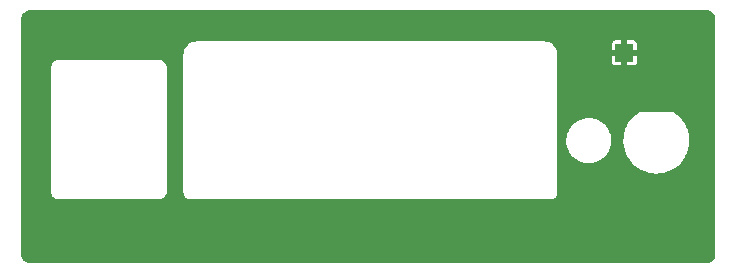
<source format=gbr>
%TF.GenerationSoftware,KiCad,Pcbnew,(6.0.11)*%
%TF.CreationDate,2023-07-10T01:10:07-07:00*%
%TF.ProjectId,cga-ypbpr-left,6367612d-7970-4627-9072-2d6c6566742e,rev?*%
%TF.SameCoordinates,PX2990618PY4bd2668*%
%TF.FileFunction,Copper,L2,Bot*%
%TF.FilePolarity,Positive*%
%FSLAX46Y46*%
G04 Gerber Fmt 4.6, Leading zero omitted, Abs format (unit mm)*
G04 Created by KiCad (PCBNEW (6.0.11)) date 2023-07-10 01:10:07*
%MOMM*%
%LPD*%
G01*
G04 APERTURE LIST*
%TA.AperFunction,SMDPad,CuDef*%
%ADD10R,1.500000X1.500000*%
%TD*%
%TA.AperFunction,ViaPad*%
%ADD11C,0.600000*%
%TD*%
G04 APERTURE END LIST*
D10*
%TO.P,TP1,1,1*%
%TO.N,GND*%
X36417000Y41505000D03*
%TD*%
D11*
%TO.N,GND*%
X-13973000Y44405000D03*
X-13973000Y24405000D03*
X43417000Y24405000D03*
X43417000Y44405000D03*
%TD*%
%TA.AperFunction,Conductor*%
%TO.N,GND*%
G36*
X43401142Y45097786D02*
G01*
X43417000Y45094990D01*
X43427855Y45096904D01*
X43438879Y45096904D01*
X43438879Y45095865D01*
X43451345Y45096317D01*
X43540179Y45087568D01*
X43564405Y45082749D01*
X43670973Y45050422D01*
X43693793Y45040970D01*
X43792010Y44988472D01*
X43812548Y44974749D01*
X43898634Y44904099D01*
X43916099Y44886634D01*
X43986749Y44800548D01*
X44000472Y44780010D01*
X44052970Y44681793D01*
X44062422Y44658973D01*
X44094749Y44552405D01*
X44099568Y44528179D01*
X44108317Y44439345D01*
X44107865Y44426879D01*
X44108904Y44426879D01*
X44108904Y44415855D01*
X44106990Y44405000D01*
X44108904Y44394146D01*
X44109786Y44389144D01*
X44111700Y44367264D01*
X44111700Y24442736D01*
X44109786Y24420858D01*
X44106990Y24405000D01*
X44108904Y24394145D01*
X44108904Y24383121D01*
X44107865Y24383121D01*
X44108317Y24370655D01*
X44099568Y24281821D01*
X44094749Y24257595D01*
X44062422Y24151027D01*
X44052970Y24128207D01*
X44000472Y24029990D01*
X43986749Y24009452D01*
X43916099Y23923366D01*
X43898634Y23905901D01*
X43812548Y23835251D01*
X43792010Y23821528D01*
X43693793Y23769030D01*
X43670973Y23759578D01*
X43564405Y23727251D01*
X43540179Y23722432D01*
X43451345Y23713683D01*
X43438879Y23714135D01*
X43438879Y23713096D01*
X43427855Y23713096D01*
X43417000Y23715010D01*
X43401142Y23712214D01*
X43379264Y23710300D01*
X-13935264Y23710300D01*
X-13957142Y23712214D01*
X-13973000Y23715010D01*
X-13983855Y23713096D01*
X-13994879Y23713096D01*
X-13994879Y23714135D01*
X-14007345Y23713683D01*
X-14096179Y23722432D01*
X-14120405Y23727251D01*
X-14226973Y23759578D01*
X-14249793Y23769030D01*
X-14348010Y23821528D01*
X-14368548Y23835251D01*
X-14454634Y23905901D01*
X-14472099Y23923366D01*
X-14542749Y24009452D01*
X-14556472Y24029990D01*
X-14608970Y24128207D01*
X-14618422Y24151027D01*
X-14650749Y24257595D01*
X-14655568Y24281821D01*
X-14664317Y24370655D01*
X-14663865Y24383121D01*
X-14664904Y24383121D01*
X-14664904Y24394145D01*
X-14662990Y24405000D01*
X-14665786Y24420858D01*
X-14667700Y24442736D01*
X-14667700Y29805000D01*
X-12143010Y29805000D01*
X-12140908Y29793078D01*
X-12139601Y29783558D01*
X-12128095Y29666737D01*
X-12087765Y29533787D01*
X-12022273Y29411260D01*
X-11934136Y29303864D01*
X-11826740Y29215727D01*
X-11771399Y29186147D01*
X-11709671Y29153152D01*
X-11709668Y29153151D01*
X-11704213Y29150235D01*
X-11698289Y29148438D01*
X-11577194Y29111704D01*
X-11577193Y29111704D01*
X-11571263Y29109905D01*
X-11506404Y29103517D01*
X-11497546Y29102010D01*
X-11493327Y29100327D01*
X-11486932Y29099700D01*
X-11473842Y29099700D01*
X-11461508Y29099095D01*
X-11454437Y29098398D01*
X-11444949Y29097097D01*
X-11433000Y29094990D01*
X-11417142Y29097786D01*
X-11395264Y29099700D01*
X-3070736Y29099700D01*
X-3048858Y29097786D01*
X-3033000Y29094990D01*
X-3021066Y29097094D01*
X-3011558Y29098399D01*
X-2894737Y29109905D01*
X-2888807Y29111704D01*
X-2888806Y29111704D01*
X-2767711Y29148438D01*
X-2761787Y29150235D01*
X-2756332Y29153151D01*
X-2756329Y29153152D01*
X-2694601Y29186147D01*
X-2639260Y29215727D01*
X-2531864Y29303864D01*
X-2443727Y29411260D01*
X-2378235Y29533787D01*
X-2337905Y29666737D01*
X-2334136Y29705000D01*
X-922010Y29705000D01*
X-920095Y29694142D01*
X-920095Y29693942D01*
X-919134Y29687286D01*
X-905858Y29569456D01*
X-860807Y29440708D01*
X-788237Y29325214D01*
X-691786Y29228763D01*
X-576292Y29156193D01*
X-447544Y29111142D01*
X-440517Y29110350D01*
X-440516Y29110350D01*
X-388324Y29104469D01*
X-378220Y29102678D01*
X-372327Y29100327D01*
X-365932Y29099700D01*
X-353067Y29099700D01*
X-338964Y29098908D01*
X-329731Y29097868D01*
X-323055Y29096905D01*
X-322858Y29096905D01*
X-312000Y29094990D01*
X-296142Y29097786D01*
X-274264Y29099700D01*
X30100264Y29099700D01*
X30122142Y29097786D01*
X30138000Y29094990D01*
X30148858Y29096905D01*
X30149058Y29096905D01*
X30155714Y29097866D01*
X30232015Y29106463D01*
X30266516Y29110350D01*
X30266517Y29110350D01*
X30273544Y29111142D01*
X30402292Y29156193D01*
X30517786Y29228763D01*
X30614237Y29325214D01*
X30686807Y29440708D01*
X30731858Y29569456D01*
X30738531Y29628676D01*
X30740322Y29638780D01*
X30742673Y29644673D01*
X30743300Y29651068D01*
X30743300Y29663933D01*
X30744092Y29678036D01*
X30745132Y29687269D01*
X30746095Y29693945D01*
X30746095Y29694142D01*
X30748010Y29705000D01*
X30745214Y29720858D01*
X30743300Y29742736D01*
X30743300Y34137000D01*
X31497776Y34137000D01*
X31500133Y34077000D01*
X31508369Y33867389D01*
X31556844Y33601961D01*
X31642236Y33346011D01*
X31644228Y33342024D01*
X31644229Y33342022D01*
X31692817Y33244783D01*
X31762839Y33104646D01*
X31916248Y32882682D01*
X31919270Y32879413D01*
X32096385Y32687810D01*
X32096390Y32687805D01*
X32099401Y32684548D01*
X32308644Y32514197D01*
X32312462Y32511898D01*
X32312464Y32511897D01*
X32464698Y32420245D01*
X32539802Y32375029D01*
X32543897Y32373295D01*
X32543899Y32373294D01*
X32784163Y32271555D01*
X32784170Y32271553D01*
X32788264Y32269819D01*
X33049070Y32200667D01*
X33053494Y32200143D01*
X33053496Y32200143D01*
X33161402Y32187372D01*
X33317019Y32168954D01*
X33586763Y32175310D01*
X33735958Y32200143D01*
X33848530Y32218880D01*
X33848534Y32218881D01*
X33852920Y32219611D01*
X33857161Y32220952D01*
X33857164Y32220953D01*
X34105933Y32299629D01*
X34105935Y32299630D01*
X34110179Y32300972D01*
X34114190Y32302898D01*
X34114195Y32302900D01*
X34349390Y32415839D01*
X34349391Y32415840D01*
X34353409Y32417769D01*
X34376201Y32432998D01*
X34574047Y32565194D01*
X34574051Y32565197D01*
X34577755Y32567672D01*
X34581072Y32570643D01*
X34581076Y32570646D01*
X34775425Y32744720D01*
X34778741Y32747690D01*
X34952358Y32954232D01*
X35095140Y33183176D01*
X35204239Y33429954D01*
X35277479Y33689642D01*
X35293387Y33808081D01*
X35312971Y33953879D01*
X35312971Y33953884D01*
X35313398Y33957060D01*
X35313786Y33969415D01*
X36330228Y33969415D01*
X36362250Y33641863D01*
X36363045Y33638228D01*
X36426956Y33346011D01*
X36432568Y33320350D01*
X36458721Y33244783D01*
X36538990Y33012848D01*
X36538993Y33012840D01*
X36540206Y33009336D01*
X36541826Y33005992D01*
X36541829Y33005984D01*
X36666936Y32747690D01*
X36683672Y32713138D01*
X36860973Y32435866D01*
X37069649Y32181368D01*
X37306806Y31953175D01*
X37569151Y31754453D01*
X37572347Y31752579D01*
X37572351Y31752576D01*
X37849841Y31589839D01*
X37853045Y31587960D01*
X38154548Y31456008D01*
X38469476Y31360426D01*
X38568627Y31342711D01*
X38789807Y31303193D01*
X38789812Y31303192D01*
X38793458Y31302541D01*
X38797160Y31302323D01*
X38797165Y31302322D01*
X39118288Y31283375D01*
X39122000Y31283156D01*
X39125712Y31283375D01*
X39446835Y31302322D01*
X39446840Y31302323D01*
X39450542Y31302541D01*
X39454188Y31303192D01*
X39454193Y31303193D01*
X39675373Y31342711D01*
X39774524Y31360426D01*
X40089452Y31456008D01*
X40390955Y31587960D01*
X40394159Y31589839D01*
X40671649Y31752576D01*
X40671653Y31752579D01*
X40674849Y31754453D01*
X40937194Y31953175D01*
X41174351Y32181368D01*
X41383027Y32435866D01*
X41560328Y32713138D01*
X41577064Y32747690D01*
X41702171Y33005984D01*
X41702174Y33005992D01*
X41703794Y33009336D01*
X41705007Y33012840D01*
X41705010Y33012848D01*
X41785279Y33244783D01*
X41811432Y33320350D01*
X41817045Y33346011D01*
X41880955Y33638228D01*
X41881750Y33641863D01*
X41913772Y33969415D01*
X41909999Y34154183D01*
X41907129Y34294751D01*
X41907129Y34294756D01*
X41907053Y34298459D01*
X41861687Y34624430D01*
X41800282Y34858884D01*
X41779243Y34939217D01*
X41779242Y34939221D01*
X41778303Y34942805D01*
X41658058Y35249166D01*
X41623340Y35313962D01*
X41504376Y35535987D01*
X41504374Y35535991D01*
X41502622Y35539260D01*
X41500495Y35542305D01*
X41316280Y35806014D01*
X41316279Y35806015D01*
X41314150Y35809063D01*
X41168938Y35972105D01*
X41097734Y36052051D01*
X41095258Y36054831D01*
X40848984Y36273153D01*
X40845938Y36275271D01*
X40845932Y36275275D01*
X40594415Y36450108D01*
X40586232Y36455796D01*
X40582963Y36458828D01*
X40580397Y36459852D01*
X40578745Y36461000D01*
X40578643Y36460833D01*
X40552452Y36471111D01*
X40535911Y36477603D01*
X40535251Y36477864D01*
X40485587Y36497678D01*
X40485584Y36497679D01*
X40477327Y36500973D01*
X40470932Y36501600D01*
X40422381Y36501600D01*
X40419243Y36501639D01*
X40370787Y36502846D01*
X40367412Y36501712D01*
X40365919Y36501600D01*
X37878081Y36501600D01*
X37876588Y36501712D01*
X37873213Y36502846D01*
X37824757Y36501639D01*
X37821619Y36501600D01*
X37798607Y36501600D01*
X37795225Y36500970D01*
X37793241Y36500854D01*
X37776602Y36500440D01*
X37776599Y36500439D01*
X37765581Y36500165D01*
X37755319Y36496138D01*
X37755315Y36496137D01*
X37753872Y36495571D01*
X37730921Y36488995D01*
X37726628Y36488195D01*
X37726626Y36488194D01*
X37715189Y36486064D01*
X37699436Y36476354D01*
X37679744Y36466520D01*
X37679592Y36466420D01*
X37665357Y36460833D01*
X37665255Y36461000D01*
X37652583Y36452191D01*
X37652582Y36452191D01*
X37398068Y36275275D01*
X37398062Y36275271D01*
X37395016Y36273153D01*
X37148742Y36054831D01*
X37146266Y36052051D01*
X37075063Y35972105D01*
X36929850Y35809063D01*
X36927721Y35806015D01*
X36927720Y35806014D01*
X36743505Y35542305D01*
X36741378Y35539260D01*
X36739626Y35535991D01*
X36739624Y35535987D01*
X36620661Y35313962D01*
X36585942Y35249166D01*
X36465697Y34942805D01*
X36464758Y34939221D01*
X36464757Y34939217D01*
X36443718Y34858884D01*
X36382313Y34624430D01*
X36336947Y34298459D01*
X36336871Y34294756D01*
X36336871Y34294751D01*
X36334001Y34154183D01*
X36330228Y33969415D01*
X35313786Y33969415D01*
X35317167Y34077000D01*
X35298111Y34346145D01*
X35286306Y34400980D01*
X35242258Y34605568D01*
X35241321Y34609920D01*
X35221758Y34662949D01*
X35149473Y34858884D01*
X35147932Y34863061D01*
X35019807Y35100519D01*
X34859502Y35317554D01*
X34828911Y35348630D01*
X34673347Y35506656D01*
X34670216Y35509837D01*
X34666676Y35512538D01*
X34666670Y35512544D01*
X34459265Y35670830D01*
X34455725Y35673532D01*
X34220310Y35805371D01*
X33968666Y35902724D01*
X33964341Y35903727D01*
X33964336Y35903728D01*
X33859173Y35928103D01*
X33705816Y35963650D01*
X33437004Y35986931D01*
X33432569Y35986687D01*
X33432565Y35986687D01*
X33331690Y35981135D01*
X33167593Y35972105D01*
X33163233Y35971238D01*
X33163227Y35971237D01*
X32933310Y35925503D01*
X32902958Y35919466D01*
X32648381Y35830065D01*
X32408940Y35705685D01*
X32405325Y35703102D01*
X32405319Y35703098D01*
X32366994Y35675710D01*
X32189414Y35548809D01*
X31994181Y35362566D01*
X31991425Y35359071D01*
X31991424Y35359069D01*
X31902054Y35245703D01*
X31827138Y35150673D01*
X31800087Y35104101D01*
X31693855Y34921211D01*
X31693852Y34921205D01*
X31691617Y34917357D01*
X31689943Y34913223D01*
X31591996Y34671406D01*
X31591993Y34671398D01*
X31590323Y34667274D01*
X31525277Y34405413D01*
X31497776Y34137000D01*
X30743300Y34137000D01*
X30743300Y40713448D01*
X35362200Y40713448D01*
X35362642Y40706003D01*
X35364245Y40692525D01*
X35369198Y40674505D01*
X35406733Y40589999D01*
X35419687Y40571151D01*
X35483583Y40507367D01*
X35502453Y40494446D01*
X35587001Y40457068D01*
X35605078Y40452140D01*
X35618075Y40450624D01*
X35625376Y40450200D01*
X36144885Y40450200D01*
X36160124Y40454675D01*
X36161329Y40456065D01*
X36163000Y40463748D01*
X36163000Y40468315D01*
X36671000Y40468315D01*
X36675475Y40453076D01*
X36676865Y40451871D01*
X36684548Y40450200D01*
X37208552Y40450200D01*
X37215997Y40450642D01*
X37229475Y40452245D01*
X37247495Y40457198D01*
X37332001Y40494733D01*
X37350849Y40507687D01*
X37414633Y40571583D01*
X37427554Y40590453D01*
X37464932Y40675001D01*
X37469860Y40693078D01*
X37471376Y40706075D01*
X37471800Y40713376D01*
X37471800Y41232885D01*
X37467325Y41248124D01*
X37465935Y41249329D01*
X37458252Y41251000D01*
X36689115Y41251000D01*
X36673876Y41246525D01*
X36672671Y41245135D01*
X36671000Y41237452D01*
X36671000Y40468315D01*
X36163000Y40468315D01*
X36163000Y41232885D01*
X36158525Y41248124D01*
X36157135Y41249329D01*
X36149452Y41251000D01*
X35380315Y41251000D01*
X35365076Y41246525D01*
X35363871Y41245135D01*
X35362200Y41237452D01*
X35362200Y40713448D01*
X30743300Y40713448D01*
X30743300Y41317264D01*
X30745214Y41339144D01*
X30748010Y41355000D01*
X30747041Y41360493D01*
X30743342Y41402780D01*
X30731145Y41542187D01*
X30730666Y41547666D01*
X30680610Y41734479D01*
X30669176Y41759000D01*
X30660729Y41777115D01*
X35362200Y41777115D01*
X35366675Y41761876D01*
X35368065Y41760671D01*
X35375748Y41759000D01*
X36144885Y41759000D01*
X36160124Y41763475D01*
X36161329Y41764865D01*
X36163000Y41772548D01*
X36163000Y41777115D01*
X36671000Y41777115D01*
X36675475Y41761876D01*
X36676865Y41760671D01*
X36684548Y41759000D01*
X37453685Y41759000D01*
X37468924Y41763475D01*
X37470129Y41764865D01*
X37471800Y41772548D01*
X37471800Y42296552D01*
X37471358Y42303997D01*
X37469755Y42317475D01*
X37464802Y42335495D01*
X37427267Y42420001D01*
X37414313Y42438849D01*
X37350417Y42502633D01*
X37331547Y42515554D01*
X37246999Y42552932D01*
X37228922Y42557860D01*
X37215925Y42559376D01*
X37208624Y42559800D01*
X36689115Y42559800D01*
X36673876Y42555325D01*
X36672671Y42553935D01*
X36671000Y42546252D01*
X36671000Y41777115D01*
X36163000Y41777115D01*
X36163000Y42541685D01*
X36158525Y42556924D01*
X36157135Y42558129D01*
X36149452Y42559800D01*
X35625448Y42559800D01*
X35618003Y42559358D01*
X35604525Y42557755D01*
X35586505Y42552802D01*
X35501999Y42515267D01*
X35483151Y42502313D01*
X35419367Y42438417D01*
X35406446Y42419547D01*
X35369068Y42334999D01*
X35364140Y42316922D01*
X35362624Y42303925D01*
X35362200Y42296624D01*
X35362200Y41777115D01*
X30660729Y41777115D01*
X30601200Y41904774D01*
X30601197Y41904779D01*
X30598874Y41909761D01*
X30487943Y42068187D01*
X30351187Y42204943D01*
X30346679Y42208100D01*
X30346676Y42208102D01*
X30197270Y42312717D01*
X30197268Y42312718D01*
X30192761Y42315874D01*
X30187779Y42318197D01*
X30187774Y42318200D01*
X30022461Y42395287D01*
X30022459Y42395288D01*
X30017479Y42397610D01*
X30012171Y42399032D01*
X30012169Y42399033D01*
X29933914Y42420001D01*
X29830666Y42447666D01*
X29762452Y42453634D01*
X29702350Y42458892D01*
X29698836Y42459470D01*
X29698327Y42459673D01*
X29696527Y42459849D01*
X29696524Y42459850D01*
X29695970Y42459904D01*
X29691932Y42460300D01*
X29688846Y42460300D01*
X29685780Y42460450D01*
X29685785Y42460561D01*
X29680777Y42460780D01*
X29654331Y42463094D01*
X29654318Y42463094D01*
X29643493Y42464041D01*
X29638000Y42465010D01*
X29622142Y42462214D01*
X29600264Y42460300D01*
X225736Y42460300D01*
X203858Y42462214D01*
X188000Y42465010D01*
X182507Y42464041D01*
X171682Y42463094D01*
X171679Y42463094D01*
X91360Y42456067D01*
X-4666Y42447666D01*
X-107914Y42420001D01*
X-186169Y42399033D01*
X-186171Y42399032D01*
X-191479Y42397610D01*
X-196459Y42395288D01*
X-196461Y42395287D01*
X-361774Y42318200D01*
X-361779Y42318197D01*
X-366761Y42315874D01*
X-371268Y42312718D01*
X-371270Y42312717D01*
X-520676Y42208102D01*
X-520679Y42208100D01*
X-525187Y42204943D01*
X-661943Y42068187D01*
X-772874Y41909761D01*
X-775197Y41904779D01*
X-775200Y41904774D01*
X-843176Y41759000D01*
X-854610Y41734479D01*
X-904666Y41547666D01*
X-905145Y41542187D01*
X-905145Y41542186D01*
X-915892Y41419350D01*
X-916470Y41415836D01*
X-916673Y41415327D01*
X-917300Y41408932D01*
X-917300Y41405846D01*
X-917450Y41402780D01*
X-917561Y41402785D01*
X-917780Y41397777D01*
X-920094Y41371331D01*
X-920094Y41371321D01*
X-921041Y41360493D01*
X-922010Y41355000D01*
X-919214Y41339144D01*
X-917300Y41317264D01*
X-917300Y29742736D01*
X-919214Y29720858D01*
X-922010Y29705000D01*
X-2334136Y29705000D01*
X-2331517Y29731596D01*
X-2330010Y29740454D01*
X-2328327Y29744673D01*
X-2327700Y29751068D01*
X-2327700Y29764158D01*
X-2327095Y29776492D01*
X-2326398Y29783563D01*
X-2325097Y29793051D01*
X-2322990Y29805000D01*
X-2325786Y29820858D01*
X-2327700Y29842736D01*
X-2327700Y40167264D01*
X-2325786Y40189144D01*
X-2324904Y40194146D01*
X-2322990Y40205000D01*
X-2325094Y40216934D01*
X-2326400Y40226452D01*
X-2337905Y40343263D01*
X-2378235Y40476213D01*
X-2387980Y40494446D01*
X-2414147Y40543399D01*
X-2443727Y40598740D01*
X-2531864Y40706136D01*
X-2639260Y40794273D01*
X-2694601Y40823853D01*
X-2756329Y40856848D01*
X-2756332Y40856849D01*
X-2761787Y40859765D01*
X-2786773Y40867344D01*
X-2888806Y40898296D01*
X-2888807Y40898296D01*
X-2894737Y40900095D01*
X-2959596Y40906483D01*
X-2968454Y40907990D01*
X-2972673Y40909673D01*
X-2979068Y40910300D01*
X-2992158Y40910300D01*
X-3004492Y40910905D01*
X-3011563Y40911602D01*
X-3021051Y40912903D01*
X-3033000Y40915010D01*
X-3048858Y40912214D01*
X-3070736Y40910300D01*
X-11395264Y40910300D01*
X-11417142Y40912214D01*
X-11433000Y40915010D01*
X-11444934Y40912906D01*
X-11454442Y40911601D01*
X-11571263Y40900095D01*
X-11577193Y40898296D01*
X-11577194Y40898296D01*
X-11679227Y40867344D01*
X-11704213Y40859765D01*
X-11709668Y40856849D01*
X-11709671Y40856848D01*
X-11771399Y40823853D01*
X-11826740Y40794273D01*
X-11934136Y40706136D01*
X-12022273Y40598740D01*
X-12051853Y40543399D01*
X-12078019Y40494446D01*
X-12087765Y40476213D01*
X-12128095Y40343263D01*
X-12133635Y40287013D01*
X-12134483Y40278406D01*
X-12135990Y40269546D01*
X-12137673Y40265327D01*
X-12138300Y40258932D01*
X-12138300Y40245842D01*
X-12138905Y40233508D01*
X-12139600Y40226452D01*
X-12140903Y40216949D01*
X-12143010Y40205000D01*
X-12141096Y40194146D01*
X-12140214Y40189144D01*
X-12138300Y40167264D01*
X-12138300Y29842736D01*
X-12140214Y29820858D01*
X-12143010Y29805000D01*
X-14667700Y29805000D01*
X-14667700Y44367264D01*
X-14665786Y44389144D01*
X-14664904Y44394146D01*
X-14662990Y44405000D01*
X-14664904Y44415855D01*
X-14664904Y44426879D01*
X-14663865Y44426879D01*
X-14664317Y44439345D01*
X-14655568Y44528179D01*
X-14650749Y44552405D01*
X-14618422Y44658973D01*
X-14608970Y44681793D01*
X-14556472Y44780010D01*
X-14542749Y44800548D01*
X-14472099Y44886634D01*
X-14454634Y44904099D01*
X-14368548Y44974749D01*
X-14348010Y44988472D01*
X-14249793Y45040970D01*
X-14226973Y45050422D01*
X-14120405Y45082749D01*
X-14096179Y45087568D01*
X-14007345Y45096317D01*
X-13994879Y45095865D01*
X-13994879Y45096904D01*
X-13983855Y45096904D01*
X-13973000Y45094990D01*
X-13957142Y45097786D01*
X-13935264Y45099700D01*
X43379264Y45099700D01*
X43401142Y45097786D01*
G37*
%TD.AperFunction*%
%TD*%
M02*

</source>
